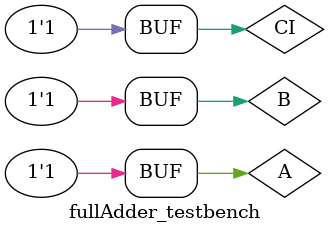
<source format=sv>
`timescale 1ns/10ps

module fullAdder(A, B, CI, out, CO);
	input logic A, B, CI;
	output logic out, CO;
	
	logic s1, s2, s3;
	
	xor #50 ab(out, A, B, CI);
	and #50 and1(S1, A, CI);
	and #50 and2(S2, B, CI);
	and #50 and3(S3, A, B);
	or #50 or1(CO, S1, S2, S3);
	
	
endmodule


module fullAdder_testbench;
	logic A, B, CI, out, CO;
	
	initial begin
		A = 0; B = 0; CI = 0; #10;
		A = 0; B = 0; CI = 1; #10;
		A = 0; B = 1; CI = 0; #10;
		A = 0; B = 1; CI = 1; #10;
		A = 1; B = 0; CI = 0; #10;
		A = 1; B = 0; CI = 1; #10;
		A = 1; B = 1; CI = 0; #10;
		A = 1; B = 1; CI = 1; #10;
	
	end
	
	
	fullAdder dut(.A, .B, .CI, .out, .CO);
endmodule

</source>
